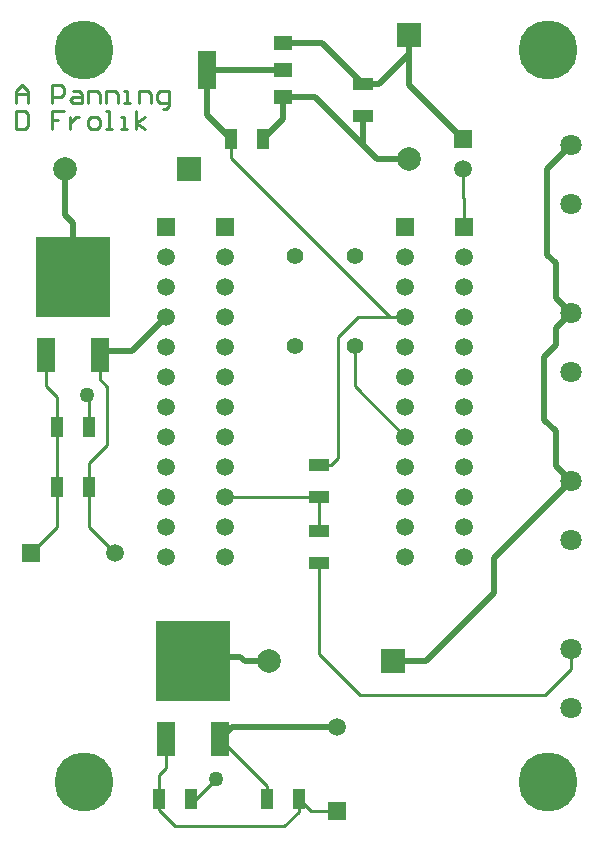
<source format=gtl>
%FSLAX25Y25*%
%MOIN*%
G70*
G01*
G75*
G04 Layer_Physical_Order=1*
G04 Layer_Color=255*
%ADD10R,0.04331X0.06693*%
%ADD11R,0.06693X0.04331*%
%ADD12R,0.06299X0.12992*%
%ADD13R,0.06299X0.04724*%
%ADD14R,0.24606X0.26772*%
%ADD15R,0.05906X0.11811*%
%ADD16C,0.01000*%
%ADD17C,0.01969*%
%ADD18C,0.05906*%
%ADD19R,0.05906X0.05906*%
%ADD20C,0.19685*%
%ADD21C,0.07100*%
%ADD22C,0.07874*%
%ADD23R,0.07874X0.07874*%
%ADD24R,0.07874X0.07874*%
%ADD25R,0.05906X0.05906*%
%ADD26C,0.05512*%
%ADD27C,0.05000*%
D10*
X88685Y14000D02*
D03*
X99315D02*
D03*
X87315Y234000D02*
D03*
X76685D02*
D03*
X18685Y138000D02*
D03*
X29315D02*
D03*
Y118000D02*
D03*
X18685D02*
D03*
X52685Y14000D02*
D03*
X63315D02*
D03*
D11*
X120748Y241669D02*
D03*
Y252299D02*
D03*
X106000Y92685D02*
D03*
Y103315D02*
D03*
Y125315D02*
D03*
Y114685D02*
D03*
D12*
X68803Y257055D02*
D03*
D13*
X94000Y266110D02*
D03*
Y257055D02*
D03*
Y248000D02*
D03*
D14*
X64000Y60000D02*
D03*
X24000Y188000D02*
D03*
D15*
X55000Y34016D02*
D03*
X73000D02*
D03*
X15000Y162016D02*
D03*
X33000D02*
D03*
D16*
X154488Y204724D02*
Y214100D01*
X154000Y214588D02*
X154488Y214100D01*
X154000Y214588D02*
Y224000D01*
X18685Y118000D02*
Y138000D01*
Y148100D01*
X15000Y151785D02*
X18685Y148100D01*
X15000Y151785D02*
Y162016D01*
X74803Y114724D02*
X90300D01*
X90339Y114685D01*
X106000D01*
Y103315D02*
Y114685D01*
X64000Y60000D02*
Y61459D01*
X33000Y162016D02*
Y163200D01*
X112400Y168000D02*
X119124Y174724D01*
X112400Y127715D02*
Y168000D01*
X110000Y125315D02*
X112400Y127715D01*
X106000Y125315D02*
X110000D01*
X61900Y224000D02*
X62591D01*
X129776Y174724D02*
X134803D01*
X120700Y241669D02*
X120748D01*
X118000Y151528D02*
Y165000D01*
Y151528D02*
X134803Y134724D01*
X29315Y138000D02*
Y139200D01*
X10024Y96000D02*
X18685Y104661D01*
Y118000D01*
X29315Y104661D02*
X37976Y96000D01*
X29315Y104661D02*
Y118000D01*
X120700Y241669D02*
X120748D01*
X28500Y139200D02*
X29315D01*
X119124Y174724D02*
X129776D01*
X182037Y212686D02*
X182087Y212637D01*
X106000Y62307D02*
Y92685D01*
Y62307D02*
X119707Y48600D01*
X181200D01*
X190000Y57400D01*
Y64000D01*
X29315Y118000D02*
Y125915D01*
X35433Y132033D01*
Y140137D01*
Y151479D01*
X33000Y153912D02*
X35433Y151479D01*
X33000Y153912D02*
Y162016D01*
X28543Y148622D02*
X29315Y147850D01*
Y138000D02*
Y147850D01*
X119600Y252299D02*
X120748D01*
X76685Y227815D02*
X129776Y174724D01*
X76685Y227815D02*
Y234000D01*
X65181Y14000D02*
X71850Y20669D01*
X63315Y14000D02*
X65181D01*
X99315D02*
X103291Y10024D01*
X112000D01*
X88685Y14000D02*
Y18331D01*
X73000Y34016D02*
X88685Y18331D01*
X52685Y10307D02*
Y14000D01*
Y10307D02*
X58071Y4921D01*
X94488D01*
X99315Y9748D02*
Y14000D01*
X94488Y4921D02*
X99315Y9748D01*
X52685Y14000D02*
Y22173D01*
X55000Y24488D02*
Y34016D01*
X52685Y22173D02*
X55000Y24488D01*
X4921Y246063D02*
Y250062D01*
X6921Y252061D01*
X8920Y250062D01*
Y246063D01*
Y249062D01*
X4921D01*
X16917Y246063D02*
Y252061D01*
X19916D01*
X20916Y251061D01*
Y249062D01*
X19916Y248062D01*
X16917D01*
X23915Y250062D02*
X25914D01*
X26914Y249062D01*
Y246063D01*
X23915D01*
X22915Y247063D01*
X23915Y248062D01*
X26914D01*
X28914Y246063D02*
Y250062D01*
X31912D01*
X32912Y249062D01*
Y246063D01*
X34912D02*
Y250062D01*
X37911D01*
X38910Y249062D01*
Y246063D01*
X40910D02*
X42909D01*
X41909D01*
Y250062D01*
X40910D01*
X45908Y246063D02*
Y250062D01*
X48907D01*
X49907Y249062D01*
Y246063D01*
X53905Y244064D02*
X54905D01*
X55905Y245063D01*
Y250062D01*
X52906D01*
X51906Y249062D01*
Y247063D01*
X52906Y246063D01*
X55905D01*
X4921Y243203D02*
Y237205D01*
X7920D01*
X8920Y238204D01*
Y242203D01*
X7920Y243203D01*
X4921D01*
X20916D02*
X16917D01*
Y240204D01*
X18917D01*
X16917D01*
Y237205D01*
X22915Y241203D02*
Y237205D01*
Y239204D01*
X23915Y240204D01*
X24915Y241203D01*
X25914D01*
X29913Y237205D02*
X31912D01*
X32912Y238204D01*
Y240204D01*
X31912Y241203D01*
X29913D01*
X28914Y240204D01*
Y238204D01*
X29913Y237205D01*
X34912D02*
X36911D01*
X35911D01*
Y243203D01*
X34912D01*
X39910Y237205D02*
X41909D01*
X40910D01*
Y241203D01*
X39910D01*
X44908Y237205D02*
Y243203D01*
Y239204D02*
X47907Y241203D01*
X44908Y239204D02*
X47907Y237205D01*
D17*
X79803Y61459D02*
X81262Y60000D01*
X89409D01*
X136000Y252000D02*
X154000Y234000D01*
X43594Y163200D02*
X55118Y174724D01*
X120748Y252299D02*
X126000D01*
X24000Y188000D02*
Y206000D01*
X21409Y208591D02*
X24000Y206000D01*
X21409Y208591D02*
Y224000D01*
X73000Y34016D02*
X76961Y37976D01*
X112000D01*
X64000Y61459D02*
X79803D01*
X33000Y163200D02*
X43594D01*
X126000Y252299D02*
X136000Y262299D01*
Y252000D02*
Y262299D01*
X184900Y181100D02*
X190000Y176000D01*
X184900Y181100D02*
Y192550D01*
X182087Y195363D02*
X184900Y192550D01*
X182087Y195363D02*
Y212637D01*
X182037Y212686D02*
Y224038D01*
X184900Y226900D01*
X190000Y232000D01*
X184900Y125100D02*
X190000Y120000D01*
X184900Y125100D02*
Y136550D01*
X181102Y140348D02*
X184900Y136550D01*
X181102Y140348D02*
Y161417D01*
X184900Y165215D01*
Y170900D01*
X190000Y176000D01*
X164370Y94370D02*
X190000Y120000D01*
X164370Y82677D02*
Y94370D01*
X141693Y60000D02*
X164370Y82677D01*
X130591Y60000D02*
X141693D01*
X120700Y232000D02*
X125291Y227409D01*
X136000D01*
Y262299D02*
Y268591D01*
X106937Y266110D02*
X120748Y252299D01*
X94000Y266110D02*
X106937D01*
X68803Y257055D02*
X94000D01*
X68803Y241882D02*
X76685Y234000D01*
X68803Y241882D02*
Y257055D01*
X87315Y234000D02*
X94000Y240685D01*
Y248000D01*
X104700D01*
X120700Y232000D01*
Y241669D01*
D18*
X154000Y224000D02*
D03*
X74803Y194724D02*
D03*
Y184724D02*
D03*
Y174724D02*
D03*
Y164724D02*
D03*
Y154724D02*
D03*
Y144724D02*
D03*
Y134724D02*
D03*
Y124724D02*
D03*
Y114724D02*
D03*
Y104724D02*
D03*
Y94724D02*
D03*
X134803Y194724D02*
D03*
Y184724D02*
D03*
Y174724D02*
D03*
Y164724D02*
D03*
Y154724D02*
D03*
Y144724D02*
D03*
Y134724D02*
D03*
Y124724D02*
D03*
Y114724D02*
D03*
Y104724D02*
D03*
Y94724D02*
D03*
X55118Y194724D02*
D03*
Y184724D02*
D03*
Y174724D02*
D03*
Y164724D02*
D03*
Y154724D02*
D03*
Y144724D02*
D03*
Y134724D02*
D03*
Y124724D02*
D03*
Y114724D02*
D03*
Y104724D02*
D03*
Y94724D02*
D03*
X154488Y194724D02*
D03*
Y184724D02*
D03*
Y174724D02*
D03*
Y164724D02*
D03*
Y154724D02*
D03*
Y144724D02*
D03*
Y134724D02*
D03*
Y124724D02*
D03*
Y114724D02*
D03*
Y104724D02*
D03*
Y94724D02*
D03*
X112000Y37976D02*
D03*
X37976Y96000D02*
D03*
D19*
X154000Y234000D02*
D03*
X74803Y204724D02*
D03*
X134803D02*
D03*
X55118D02*
D03*
X154488D02*
D03*
X112000Y10024D02*
D03*
D20*
X27559Y19685D02*
D03*
Y263780D02*
D03*
X182283D02*
D03*
Y19685D02*
D03*
D21*
X190000Y232000D02*
D03*
Y212315D02*
D03*
Y176000D02*
D03*
Y156315D02*
D03*
Y120000D02*
D03*
Y100315D02*
D03*
Y64000D02*
D03*
Y44315D02*
D03*
D22*
X136000Y227409D02*
D03*
X89409Y60000D02*
D03*
X21409Y224000D02*
D03*
D23*
X136000Y268591D02*
D03*
D24*
X130591Y60000D02*
D03*
X62591Y224000D02*
D03*
D25*
X10024Y96000D02*
D03*
D26*
X98000Y165000D02*
D03*
Y195000D02*
D03*
X118000D02*
D03*
Y165000D02*
D03*
D27*
X28543Y148622D02*
D03*
X71850Y20669D02*
D03*
M02*

</source>
